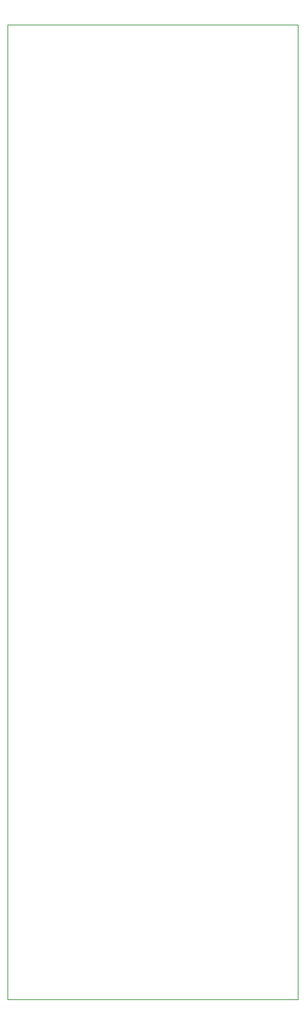
<source format=gbr>
G04 (created by PCBNEW (2013-07-07 BZR 4022)-stable) date 10/26/2015 6:46:51 PM*
%MOIN*%
G04 Gerber Fmt 3.4, Leading zero omitted, Abs format*
%FSLAX34Y34*%
G01*
G70*
G90*
G04 APERTURE LIST*
%ADD10C,0.00590551*%
%ADD11C,0.00393701*%
G04 APERTURE END LIST*
G54D10*
G54D11*
X74606Y-93110D02*
X74803Y-93110D01*
X74606Y-45669D02*
X74606Y-93110D01*
X74803Y-45669D02*
X74606Y-45669D01*
X74803Y-45669D02*
X88582Y-45669D01*
X88779Y-93110D02*
X88582Y-93110D01*
X88779Y-45669D02*
X88779Y-93110D01*
X88582Y-45669D02*
X88779Y-45669D01*
X74803Y-93110D02*
X88582Y-93110D01*
M02*

</source>
